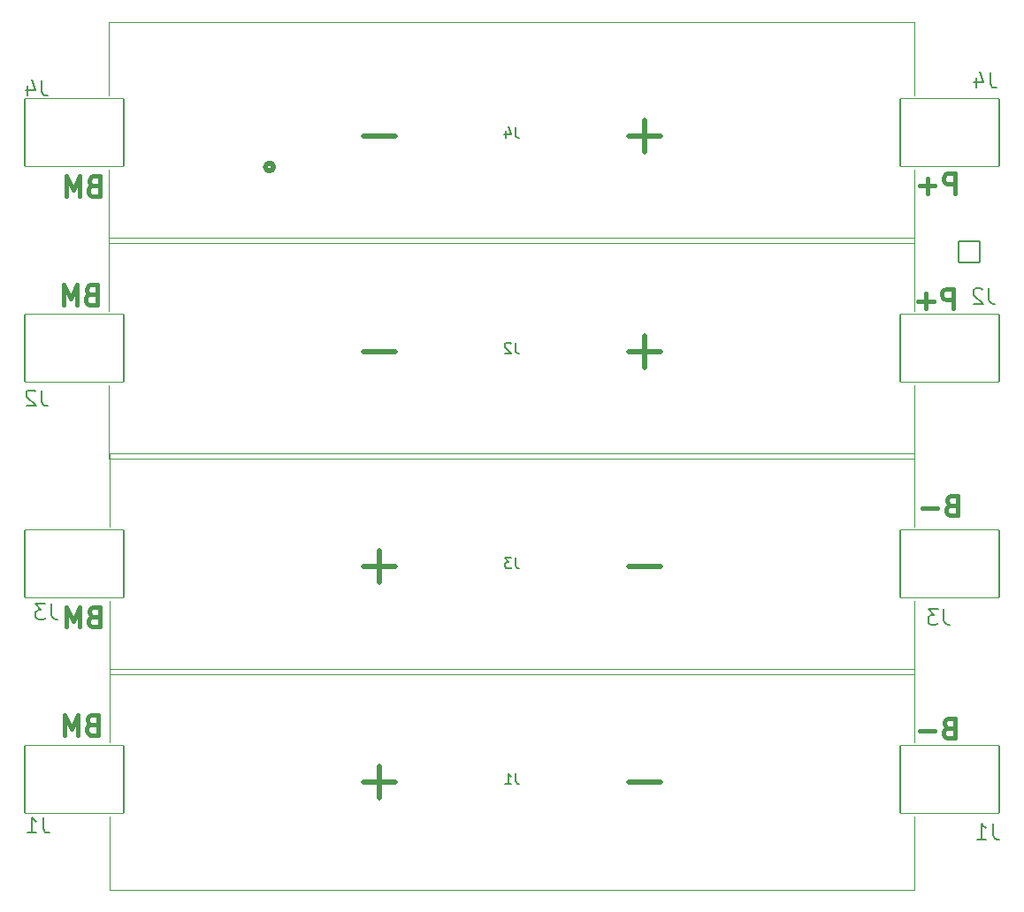
<source format=gbo>
%TF.GenerationSoftware,KiCad,Pcbnew,9.0.1*%
%TF.CreationDate,2025-04-05T20:20:36-07:00*%
%TF.ProjectId,batteryboard,62617474-6572-4796-926f-6172642e6b69,2.3*%
%TF.SameCoordinates,Original*%
%TF.FileFunction,Legend,Bot*%
%TF.FilePolarity,Positive*%
%FSLAX45Y45*%
G04 Gerber Fmt 4.5, Leading zero omitted, Abs format (unit mm)*
G04 Created by KiCad (PCBNEW 9.0.1) date 2025-04-05 20:20:36*
%MOMM*%
%LPD*%
G01*
G04 APERTURE LIST*
G04 Aperture macros list*
%AMRoundRect*
0 Rectangle with rounded corners*
0 $1 Rounding radius*
0 $2 $3 $4 $5 $6 $7 $8 $9 X,Y pos of 4 corners*
0 Add a 4 corners polygon primitive as box body*
4,1,4,$2,$3,$4,$5,$6,$7,$8,$9,$2,$3,0*
0 Add four circle primitives for the rounded corners*
1,1,$1+$1,$2,$3*
1,1,$1+$1,$4,$5*
1,1,$1+$1,$6,$7*
1,1,$1+$1,$8,$9*
0 Add four rect primitives between the rounded corners*
20,1,$1+$1,$2,$3,$4,$5,0*
20,1,$1+$1,$4,$5,$6,$7,0*
20,1,$1+$1,$6,$7,$8,$9,0*
20,1,$1+$1,$8,$9,$2,$3,0*%
G04 Aperture macros list end*
%ADD10C,0.381000*%
%ADD11C,0.200000*%
%ADD12C,0.150000*%
%ADD13C,0.500000*%
%ADD14C,0.508000*%
%ADD15C,0.120000*%
%ADD16C,3.810000*%
%ADD17C,2.743200*%
%ADD18C,2.101600*%
%ADD19C,4.601600*%
%ADD20RoundRect,0.063500X1.016000X-1.016000X1.016000X1.016000X-1.016000X1.016000X-1.016000X-1.016000X0*%
%ADD21C,2.159000*%
%ADD22C,1.501600*%
%ADD23O,1.501600X1.501600*%
%ADD24RoundRect,0.050800X-4.733800X-3.238500X4.733800X-3.238500X4.733800X3.238500X-4.733800X3.238500X0*%
%ADD25RoundRect,0.050800X4.733800X3.238500X-4.733800X3.238500X-4.733800X-3.238500X4.733800X-3.238500X0*%
G04 APERTURE END LIST*
D10*
X6101080Y-11425252D02*
X6073866Y-11434323D01*
X6073866Y-11434323D02*
X6064794Y-11443395D01*
X6064794Y-11443395D02*
X6055723Y-11461538D01*
X6055723Y-11461538D02*
X6055723Y-11488752D01*
X6055723Y-11488752D02*
X6064794Y-11506895D01*
X6064794Y-11506895D02*
X6073866Y-11515966D01*
X6073866Y-11515966D02*
X6092008Y-11525038D01*
X6092008Y-11525038D02*
X6164580Y-11525038D01*
X6164580Y-11525038D02*
X6164580Y-11334538D01*
X6164580Y-11334538D02*
X6101080Y-11334538D01*
X6101080Y-11334538D02*
X6082937Y-11343609D01*
X6082937Y-11343609D02*
X6073866Y-11352680D01*
X6073866Y-11352680D02*
X6064794Y-11370823D01*
X6064794Y-11370823D02*
X6064794Y-11388966D01*
X6064794Y-11388966D02*
X6073866Y-11407109D01*
X6073866Y-11407109D02*
X6082937Y-11416180D01*
X6082937Y-11416180D02*
X6101080Y-11425252D01*
X6101080Y-11425252D02*
X6164580Y-11425252D01*
X5974080Y-11525038D02*
X5974080Y-11334538D01*
X5974080Y-11334538D02*
X5910580Y-11470609D01*
X5910580Y-11470609D02*
X5847080Y-11334538D01*
X5847080Y-11334538D02*
X5847080Y-11525038D01*
X6075680Y-8339152D02*
X6048466Y-8348223D01*
X6048466Y-8348223D02*
X6039394Y-8357295D01*
X6039394Y-8357295D02*
X6030323Y-8375438D01*
X6030323Y-8375438D02*
X6030323Y-8402652D01*
X6030323Y-8402652D02*
X6039394Y-8420795D01*
X6039394Y-8420795D02*
X6048466Y-8429866D01*
X6048466Y-8429866D02*
X6066608Y-8438938D01*
X6066608Y-8438938D02*
X6139180Y-8438938D01*
X6139180Y-8438938D02*
X6139180Y-8248438D01*
X6139180Y-8248438D02*
X6075680Y-8248438D01*
X6075680Y-8248438D02*
X6057537Y-8257509D01*
X6057537Y-8257509D02*
X6048466Y-8266580D01*
X6048466Y-8266580D02*
X6039394Y-8284723D01*
X6039394Y-8284723D02*
X6039394Y-8302866D01*
X6039394Y-8302866D02*
X6048466Y-8321009D01*
X6048466Y-8321009D02*
X6057537Y-8330080D01*
X6057537Y-8330080D02*
X6075680Y-8339152D01*
X6075680Y-8339152D02*
X6139180Y-8339152D01*
X5948680Y-8438938D02*
X5948680Y-8248438D01*
X5948680Y-8248438D02*
X5885180Y-8384509D01*
X5885180Y-8384509D02*
X5821680Y-8248438D01*
X5821680Y-8248438D02*
X5821680Y-8438938D01*
X6101080Y-7297752D02*
X6073866Y-7306823D01*
X6073866Y-7306823D02*
X6064794Y-7315895D01*
X6064794Y-7315895D02*
X6055723Y-7334038D01*
X6055723Y-7334038D02*
X6055723Y-7361252D01*
X6055723Y-7361252D02*
X6064794Y-7379395D01*
X6064794Y-7379395D02*
X6073866Y-7388466D01*
X6073866Y-7388466D02*
X6092008Y-7397538D01*
X6092008Y-7397538D02*
X6164580Y-7397538D01*
X6164580Y-7397538D02*
X6164580Y-7207038D01*
X6164580Y-7207038D02*
X6101080Y-7207038D01*
X6101080Y-7207038D02*
X6082937Y-7216109D01*
X6082937Y-7216109D02*
X6073866Y-7225180D01*
X6073866Y-7225180D02*
X6064794Y-7243323D01*
X6064794Y-7243323D02*
X6064794Y-7261466D01*
X6064794Y-7261466D02*
X6073866Y-7279609D01*
X6073866Y-7279609D02*
X6082937Y-7288680D01*
X6082937Y-7288680D02*
X6101080Y-7297752D01*
X6101080Y-7297752D02*
X6164580Y-7297752D01*
X5974080Y-7397538D02*
X5974080Y-7207038D01*
X5974080Y-7207038D02*
X5910580Y-7343109D01*
X5910580Y-7343109D02*
X5847080Y-7207038D01*
X5847080Y-7207038D02*
X5847080Y-7397538D01*
X6084200Y-12459612D02*
X6056986Y-12468683D01*
X6056986Y-12468683D02*
X6047914Y-12477755D01*
X6047914Y-12477755D02*
X6038843Y-12495898D01*
X6038843Y-12495898D02*
X6038843Y-12523112D01*
X6038843Y-12523112D02*
X6047914Y-12541255D01*
X6047914Y-12541255D02*
X6056986Y-12550326D01*
X6056986Y-12550326D02*
X6075128Y-12559398D01*
X6075128Y-12559398D02*
X6147700Y-12559398D01*
X6147700Y-12559398D02*
X6147700Y-12368898D01*
X6147700Y-12368898D02*
X6084200Y-12368898D01*
X6084200Y-12368898D02*
X6066057Y-12377969D01*
X6066057Y-12377969D02*
X6056986Y-12387040D01*
X6056986Y-12387040D02*
X6047914Y-12405183D01*
X6047914Y-12405183D02*
X6047914Y-12423326D01*
X6047914Y-12423326D02*
X6056986Y-12441469D01*
X6056986Y-12441469D02*
X6066057Y-12450540D01*
X6066057Y-12450540D02*
X6084200Y-12459612D01*
X6084200Y-12459612D02*
X6147700Y-12459612D01*
X5957200Y-12559398D02*
X5957200Y-12368898D01*
X5957200Y-12368898D02*
X5893700Y-12504969D01*
X5893700Y-12504969D02*
X5830200Y-12368898D01*
X5830200Y-12368898D02*
X5830200Y-12559398D01*
X14288951Y-12492052D02*
X14261737Y-12501123D01*
X14261737Y-12501123D02*
X14252666Y-12510195D01*
X14252666Y-12510195D02*
X14243594Y-12528338D01*
X14243594Y-12528338D02*
X14243594Y-12555552D01*
X14243594Y-12555552D02*
X14252666Y-12573695D01*
X14252666Y-12573695D02*
X14261737Y-12582766D01*
X14261737Y-12582766D02*
X14279880Y-12591838D01*
X14279880Y-12591838D02*
X14352451Y-12591838D01*
X14352451Y-12591838D02*
X14352451Y-12401338D01*
X14352451Y-12401338D02*
X14288951Y-12401338D01*
X14288951Y-12401338D02*
X14270808Y-12410409D01*
X14270808Y-12410409D02*
X14261737Y-12419480D01*
X14261737Y-12419480D02*
X14252666Y-12437623D01*
X14252666Y-12437623D02*
X14252666Y-12455766D01*
X14252666Y-12455766D02*
X14261737Y-12473909D01*
X14261737Y-12473909D02*
X14270808Y-12482980D01*
X14270808Y-12482980D02*
X14288951Y-12492052D01*
X14288951Y-12492052D02*
X14352451Y-12492052D01*
X14161951Y-12519266D02*
X14016808Y-12519266D01*
X14314351Y-10358452D02*
X14287137Y-10367523D01*
X14287137Y-10367523D02*
X14278066Y-10376595D01*
X14278066Y-10376595D02*
X14268994Y-10394738D01*
X14268994Y-10394738D02*
X14268994Y-10421952D01*
X14268994Y-10421952D02*
X14278066Y-10440095D01*
X14278066Y-10440095D02*
X14287137Y-10449166D01*
X14287137Y-10449166D02*
X14305280Y-10458238D01*
X14305280Y-10458238D02*
X14377851Y-10458238D01*
X14377851Y-10458238D02*
X14377851Y-10267738D01*
X14377851Y-10267738D02*
X14314351Y-10267738D01*
X14314351Y-10267738D02*
X14296208Y-10276809D01*
X14296208Y-10276809D02*
X14287137Y-10285881D01*
X14287137Y-10285881D02*
X14278066Y-10304023D01*
X14278066Y-10304023D02*
X14278066Y-10322166D01*
X14278066Y-10322166D02*
X14287137Y-10340309D01*
X14287137Y-10340309D02*
X14296208Y-10349381D01*
X14296208Y-10349381D02*
X14314351Y-10358452D01*
X14314351Y-10358452D02*
X14377851Y-10358452D01*
X14187351Y-10385666D02*
X14042208Y-10385666D01*
X14339751Y-8477038D02*
X14339751Y-8286538D01*
X14339751Y-8286538D02*
X14267180Y-8286538D01*
X14267180Y-8286538D02*
X14249037Y-8295609D01*
X14249037Y-8295609D02*
X14239966Y-8304680D01*
X14239966Y-8304680D02*
X14230894Y-8322823D01*
X14230894Y-8322823D02*
X14230894Y-8350038D01*
X14230894Y-8350038D02*
X14239966Y-8368180D01*
X14239966Y-8368180D02*
X14249037Y-8377252D01*
X14249037Y-8377252D02*
X14267180Y-8386323D01*
X14267180Y-8386323D02*
X14339751Y-8386323D01*
X14149251Y-8404466D02*
X14004108Y-8404466D01*
X14076680Y-8477038D02*
X14076680Y-8331895D01*
X14352451Y-7372138D02*
X14352451Y-7181638D01*
X14352451Y-7181638D02*
X14279880Y-7181638D01*
X14279880Y-7181638D02*
X14261737Y-7190709D01*
X14261737Y-7190709D02*
X14252666Y-7199780D01*
X14252666Y-7199780D02*
X14243594Y-7217923D01*
X14243594Y-7217923D02*
X14243594Y-7245138D01*
X14243594Y-7245138D02*
X14252666Y-7263280D01*
X14252666Y-7263280D02*
X14261737Y-7272352D01*
X14261737Y-7272352D02*
X14279880Y-7281423D01*
X14279880Y-7281423D02*
X14352451Y-7281423D01*
X14161951Y-7299566D02*
X14016808Y-7299566D01*
X14089380Y-7372138D02*
X14089380Y-7226995D01*
D11*
X5612741Y-6286593D02*
X5612741Y-6393736D01*
X5612741Y-6393736D02*
X5619884Y-6415164D01*
X5619884Y-6415164D02*
X5634169Y-6429450D01*
X5634169Y-6429450D02*
X5655598Y-6436593D01*
X5655598Y-6436593D02*
X5669884Y-6436593D01*
X5477027Y-6336593D02*
X5477027Y-6436593D01*
X5512741Y-6279450D02*
X5548455Y-6386593D01*
X5548455Y-6386593D02*
X5455598Y-6386593D01*
X5704441Y-11303301D02*
X5704441Y-11410444D01*
X5704441Y-11410444D02*
X5711584Y-11431873D01*
X5711584Y-11431873D02*
X5725869Y-11446158D01*
X5725869Y-11446158D02*
X5747298Y-11453301D01*
X5747298Y-11453301D02*
X5761584Y-11453301D01*
X5647298Y-11303301D02*
X5554441Y-11303301D01*
X5554441Y-11303301D02*
X5604441Y-11360444D01*
X5604441Y-11360444D02*
X5583012Y-11360444D01*
X5583012Y-11360444D02*
X5568727Y-11367587D01*
X5568727Y-11367587D02*
X5561584Y-11374730D01*
X5561584Y-11374730D02*
X5554441Y-11389015D01*
X5554441Y-11389015D02*
X5554441Y-11424730D01*
X5554441Y-11424730D02*
X5561584Y-11439015D01*
X5561584Y-11439015D02*
X5568727Y-11446158D01*
X5568727Y-11446158D02*
X5583012Y-11453301D01*
X5583012Y-11453301D02*
X5625869Y-11453301D01*
X5625869Y-11453301D02*
X5640155Y-11446158D01*
X5640155Y-11446158D02*
X5647298Y-11439015D01*
X14248741Y-11353701D02*
X14248741Y-11460844D01*
X14248741Y-11460844D02*
X14255884Y-11482273D01*
X14255884Y-11482273D02*
X14270169Y-11496558D01*
X14270169Y-11496558D02*
X14291598Y-11503701D01*
X14291598Y-11503701D02*
X14305884Y-11503701D01*
X14191598Y-11353701D02*
X14098741Y-11353701D01*
X14098741Y-11353701D02*
X14148741Y-11410844D01*
X14148741Y-11410844D02*
X14127312Y-11410844D01*
X14127312Y-11410844D02*
X14113026Y-11417987D01*
X14113026Y-11417987D02*
X14105884Y-11425130D01*
X14105884Y-11425130D02*
X14098741Y-11439415D01*
X14098741Y-11439415D02*
X14098741Y-11475130D01*
X14098741Y-11475130D02*
X14105884Y-11489415D01*
X14105884Y-11489415D02*
X14113026Y-11496558D01*
X14113026Y-11496558D02*
X14127312Y-11503701D01*
X14127312Y-11503701D02*
X14170169Y-11503701D01*
X14170169Y-11503701D02*
X14184455Y-11496558D01*
X14184455Y-11496558D02*
X14191598Y-11489415D01*
X14693241Y-6210393D02*
X14693241Y-6317536D01*
X14693241Y-6317536D02*
X14700384Y-6338964D01*
X14700384Y-6338964D02*
X14714669Y-6353250D01*
X14714669Y-6353250D02*
X14736098Y-6360393D01*
X14736098Y-6360393D02*
X14750384Y-6360393D01*
X14557526Y-6260393D02*
X14557526Y-6360393D01*
X14593241Y-6203250D02*
X14628955Y-6310393D01*
X14628955Y-6310393D02*
X14536098Y-6310393D01*
X14718641Y-13411293D02*
X14718641Y-13518436D01*
X14718641Y-13518436D02*
X14725784Y-13539864D01*
X14725784Y-13539864D02*
X14740069Y-13554150D01*
X14740069Y-13554150D02*
X14761498Y-13561293D01*
X14761498Y-13561293D02*
X14775784Y-13561293D01*
X14568641Y-13561293D02*
X14654355Y-13561293D01*
X14611498Y-13561293D02*
X14611498Y-13411293D01*
X14611498Y-13411293D02*
X14625784Y-13432721D01*
X14625784Y-13432721D02*
X14640069Y-13447007D01*
X14640069Y-13447007D02*
X14654355Y-13454150D01*
X14680541Y-8280110D02*
X14680541Y-8387252D01*
X14680541Y-8387252D02*
X14687684Y-8408681D01*
X14687684Y-8408681D02*
X14701969Y-8422967D01*
X14701969Y-8422967D02*
X14723398Y-8430110D01*
X14723398Y-8430110D02*
X14737684Y-8430110D01*
X14616255Y-8294395D02*
X14609112Y-8287252D01*
X14609112Y-8287252D02*
X14594826Y-8280110D01*
X14594826Y-8280110D02*
X14559112Y-8280110D01*
X14559112Y-8280110D02*
X14544826Y-8287252D01*
X14544826Y-8287252D02*
X14537684Y-8294395D01*
X14537684Y-8294395D02*
X14530541Y-8308681D01*
X14530541Y-8308681D02*
X14530541Y-8322967D01*
X14530541Y-8322967D02*
X14537684Y-8344395D01*
X14537684Y-8344395D02*
X14623398Y-8430110D01*
X14623398Y-8430110D02*
X14530541Y-8430110D01*
X5625441Y-13347793D02*
X5625441Y-13454936D01*
X5625441Y-13454936D02*
X5632584Y-13476364D01*
X5632584Y-13476364D02*
X5646869Y-13490650D01*
X5646869Y-13490650D02*
X5668298Y-13497793D01*
X5668298Y-13497793D02*
X5682584Y-13497793D01*
X5475441Y-13497793D02*
X5561155Y-13497793D01*
X5518298Y-13497793D02*
X5518298Y-13347793D01*
X5518298Y-13347793D02*
X5532584Y-13369221D01*
X5532584Y-13369221D02*
X5546869Y-13383507D01*
X5546869Y-13383507D02*
X5561155Y-13390650D01*
X5612741Y-9258010D02*
X5612741Y-9365153D01*
X5612741Y-9365153D02*
X5619884Y-9386581D01*
X5619884Y-9386581D02*
X5634169Y-9400867D01*
X5634169Y-9400867D02*
X5655598Y-9408010D01*
X5655598Y-9408010D02*
X5669884Y-9408010D01*
X5548455Y-9272295D02*
X5541312Y-9265153D01*
X5541312Y-9265153D02*
X5527027Y-9258010D01*
X5527027Y-9258010D02*
X5491312Y-9258010D01*
X5491312Y-9258010D02*
X5477027Y-9265153D01*
X5477027Y-9265153D02*
X5469884Y-9272295D01*
X5469884Y-9272295D02*
X5462741Y-9286581D01*
X5462741Y-9286581D02*
X5462741Y-9300867D01*
X5462741Y-9300867D02*
X5469884Y-9322295D01*
X5469884Y-9322295D02*
X5555598Y-9408010D01*
X5555598Y-9408010D02*
X5462741Y-9408010D01*
D12*
X10145073Y-8802462D02*
X10145073Y-8873890D01*
X10145073Y-8873890D02*
X10149835Y-8888176D01*
X10149835Y-8888176D02*
X10159359Y-8897700D01*
X10159359Y-8897700D02*
X10173645Y-8902462D01*
X10173645Y-8902462D02*
X10183169Y-8902462D01*
X10102216Y-8811986D02*
X10097454Y-8807224D01*
X10097454Y-8807224D02*
X10087930Y-8802462D01*
X10087930Y-8802462D02*
X10064121Y-8802462D01*
X10064121Y-8802462D02*
X10054597Y-8807224D01*
X10054597Y-8807224D02*
X10049835Y-8811986D01*
X10049835Y-8811986D02*
X10045073Y-8821510D01*
X10045073Y-8821510D02*
X10045073Y-8831033D01*
X10045073Y-8831033D02*
X10049835Y-8845319D01*
X10049835Y-8845319D02*
X10106978Y-8902462D01*
X10106978Y-8902462D02*
X10045073Y-8902462D01*
D13*
X8994121Y-8887047D02*
X8689359Y-8887047D01*
X11534121Y-8887047D02*
X11229359Y-8887047D01*
X11381740Y-9039428D02*
X11381740Y-8734666D01*
D12*
X10147613Y-12929962D02*
X10147613Y-13001390D01*
X10147613Y-13001390D02*
X10152375Y-13015676D01*
X10152375Y-13015676D02*
X10161899Y-13025200D01*
X10161899Y-13025200D02*
X10176185Y-13029962D01*
X10176185Y-13029962D02*
X10185709Y-13029962D01*
X10047613Y-13029962D02*
X10104756Y-13029962D01*
X10076185Y-13029962D02*
X10076185Y-12929962D01*
X10076185Y-12929962D02*
X10085709Y-12944248D01*
X10085709Y-12944248D02*
X10095232Y-12953771D01*
X10095232Y-12953771D02*
X10104756Y-12958533D01*
D13*
X8996661Y-13014547D02*
X8691899Y-13014547D01*
X8844280Y-13166928D02*
X8844280Y-12862166D01*
X11536661Y-13014547D02*
X11231899Y-13014547D01*
D12*
X10147613Y-10864942D02*
X10147613Y-10936370D01*
X10147613Y-10936370D02*
X10152375Y-10950656D01*
X10152375Y-10950656D02*
X10161899Y-10960180D01*
X10161899Y-10960180D02*
X10176185Y-10964942D01*
X10176185Y-10964942D02*
X10185709Y-10964942D01*
X10109518Y-10864942D02*
X10047613Y-10864942D01*
X10047613Y-10864942D02*
X10080947Y-10903037D01*
X10080947Y-10903037D02*
X10066661Y-10903037D01*
X10066661Y-10903037D02*
X10057137Y-10907799D01*
X10057137Y-10907799D02*
X10052375Y-10912561D01*
X10052375Y-10912561D02*
X10047613Y-10922085D01*
X10047613Y-10922085D02*
X10047613Y-10945894D01*
X10047613Y-10945894D02*
X10052375Y-10955418D01*
X10052375Y-10955418D02*
X10057137Y-10960180D01*
X10057137Y-10960180D02*
X10066661Y-10964942D01*
X10066661Y-10964942D02*
X10095232Y-10964942D01*
X10095232Y-10964942D02*
X10104756Y-10960180D01*
X10104756Y-10960180D02*
X10109518Y-10955418D01*
D13*
X11536661Y-10949527D02*
X11231899Y-10949527D01*
X8996661Y-10949527D02*
X8691899Y-10949527D01*
X8844280Y-11101908D02*
X8844280Y-10797146D01*
D12*
X10145073Y-6737442D02*
X10145073Y-6808870D01*
X10145073Y-6808870D02*
X10149835Y-6823156D01*
X10149835Y-6823156D02*
X10159359Y-6832680D01*
X10159359Y-6832680D02*
X10173645Y-6837442D01*
X10173645Y-6837442D02*
X10183169Y-6837442D01*
X10054597Y-6770775D02*
X10054597Y-6837442D01*
X10078407Y-6732680D02*
X10102216Y-6804108D01*
X10102216Y-6804108D02*
X10040311Y-6804108D01*
D13*
X8994121Y-6822027D02*
X8689359Y-6822027D01*
X11534121Y-6822027D02*
X11229359Y-6822027D01*
X11381740Y-6974408D02*
X11381740Y-6669646D01*
D14*
%TO.C,J7*%
X7830440Y-7118590D02*
G75*
G02*
X7754240Y-7118590I-38100J0D01*
G01*
X7754240Y-7118590D02*
G75*
G02*
X7830440Y-7118590I38100J0D01*
G01*
D15*
%TO.C,J2*%
X6256910Y-7799070D02*
X6256910Y-8502375D01*
X6256910Y-7799070D02*
X13966570Y-7799070D01*
X6256910Y-9914890D02*
X6256910Y-9211585D01*
X13966570Y-7799070D02*
X13966570Y-8502375D01*
X13966570Y-9211585D02*
X13966570Y-9914890D01*
X13966570Y-9914890D02*
X6256910Y-9914890D01*
%TO.C,J1*%
X6259450Y-11926570D02*
X13969110Y-11926570D01*
X6259450Y-12629875D02*
X6259450Y-11926570D01*
X6259450Y-14042390D02*
X6259450Y-13339085D01*
X13969110Y-11926570D02*
X13969110Y-12629875D01*
X13969110Y-14042390D02*
X6259450Y-14042390D01*
X13969110Y-14042390D02*
X13969110Y-13339085D01*
%TO.C,J3*%
X6259450Y-9861550D02*
X13969110Y-9861550D01*
X6259450Y-10564855D02*
X6259450Y-9861550D01*
X6259450Y-11977370D02*
X6259450Y-11274065D01*
X13969110Y-9861550D02*
X13969110Y-10564855D01*
X13969110Y-11977370D02*
X6259450Y-11977370D01*
X13969110Y-11977370D02*
X13969110Y-11274065D01*
%TO.C,J4*%
X6256910Y-5734050D02*
X6256910Y-6437355D01*
X6256910Y-5734050D02*
X13966570Y-5734050D01*
X6256910Y-7849870D02*
X6256910Y-7146565D01*
X13966570Y-5734050D02*
X13966570Y-6437355D01*
X13966570Y-7146565D02*
X13966570Y-7849870D01*
X13966570Y-7849870D02*
X6256910Y-7849870D01*
%TD*%
%LPC*%
D16*
%TO.C,J5*%
X12863830Y-12184380D03*
X7339330Y-13784580D03*
D17*
X6516370Y-12184380D03*
%TD*%
D16*
%TO.C,J6*%
X7362190Y-11719560D03*
X12886690Y-10119360D03*
D17*
X13709650Y-11719560D03*
%TD*%
D18*
%TO.C,TP1*%
X14159230Y-12238990D03*
%TD*%
%TO.C,TP2*%
X6018530Y-7628890D03*
%TD*%
D19*
%TO.C,H4*%
X14401030Y-13889990D03*
%TD*%
%TO.C,H2*%
X5806070Y-5909890D03*
%TD*%
%TO.C,H1*%
X5844170Y-13885490D03*
%TD*%
%TO.C,H3*%
X14401030Y-5888990D03*
%TD*%
D20*
%TO.C,J8*%
X14490330Y-7931210D03*
D21*
X14490330Y-7581210D03*
%TD*%
D22*
%TO.C,TH1*%
X5993930Y-10130790D03*
D23*
X5993930Y-9622790D03*
%TD*%
D16*
%TO.C,J2*%
X7359650Y-8056880D03*
X12884150Y-9657080D03*
D17*
X13707110Y-8056880D03*
D24*
X5920740Y-8856980D03*
X14302740Y-8856980D03*
%TD*%
D16*
%TO.C,J1*%
X12866370Y-13784580D03*
X7341870Y-12184380D03*
D17*
X6518910Y-13784580D03*
D25*
X14305280Y-12984480D03*
X5923280Y-12984480D03*
%TD*%
D16*
%TO.C,J3*%
X12866370Y-11719560D03*
X7341870Y-10119360D03*
D17*
X6518910Y-11719560D03*
D25*
X14305280Y-10919460D03*
X5923280Y-10919460D03*
%TD*%
D16*
%TO.C,J4*%
X7359650Y-5991860D03*
X12884150Y-7592060D03*
D17*
X13707110Y-5991860D03*
D24*
X5920740Y-6791960D03*
X14302740Y-6791960D03*
%TD*%
%LPD*%
M02*

</source>
